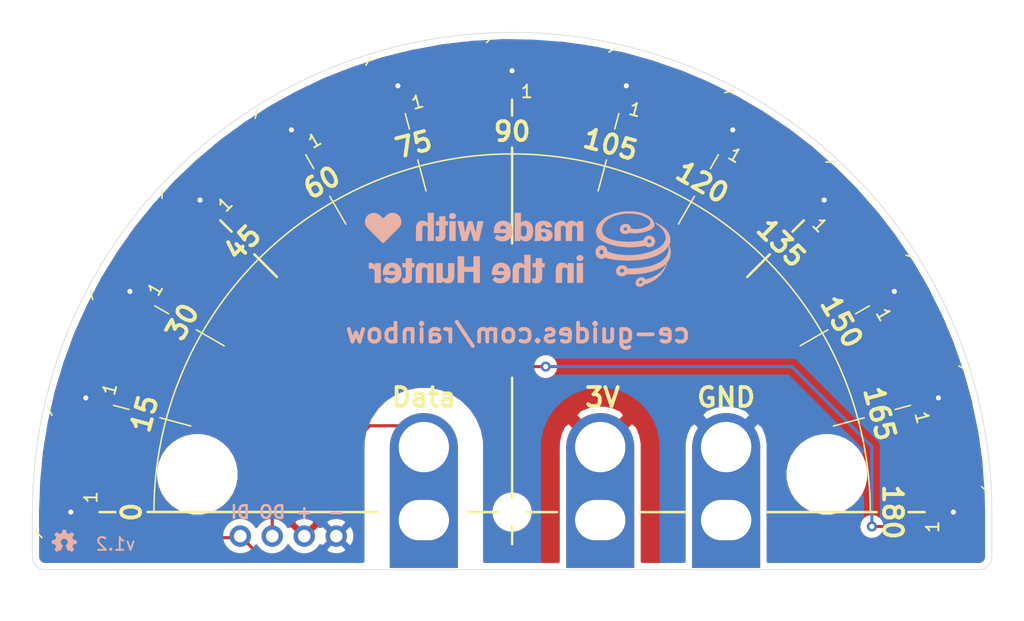
<source format=kicad_pcb>
(kicad_pcb (version 20171130) (host pcbnew "(5.1.8-44-gfd79c7ae46)-1")
  (title_block (title "GlowBit Rainbow") (date 2021-03-22) (rev v1.2) (company "Core Electronics") (comment 1 "Designed at Core Electronics by Michael Ruppe") (comment 2 "License: CCASAv4.0 https://creativecommons.org/licenses/by-sa/4.0/") (comment 3 "Released under the Creative Commons Attribution Share-Alike 4.0 License") (comment 4 "GlowBit is a trademark of Core Electronics Pty Ltd"))
  (layers (0 F.Cu signal) (31 B.Cu signal) (34 B.Paste user) (35 F.Paste user) (36 B.SilkS user) (37 F.SilkS user) (38 B.Mask user) (39 F.Mask user) (44 Edge.Cuts user))
  (net 0 "")
  (net 1 +3V3)
  (net 2 "Net-(D1-Pad2)")
  (net 3 GND)
  (net 4 "Net-(D2-Pad2)")
  (net 5 "Net-(D3-Pad2)")
  (net 6 "Net-(D4-Pad2)")
  (net 7 "Net-(D5-Pad2)")
  (net 8 "Net-(D6-Pad2)")
  (net 9 "Net-(D7-Pad2)")
  (net 10 "Net-(D8-Pad2)")
  (net 11 "Net-(D10-Pad4)")
  (net 12 "Net-(D10-Pad2)")
  (net 13 "Net-(D11-Pad2)")
  (net 14 "Net-(D0-Pad2)")
  (net 15 /DIN)
  (net 16 /DOUT)
  (module CoreElectronics_Components:LED_GlowBit_WS2812B_NoSilk (layer F.Cu) (at 35 0 90)
    (fp_text reference D12 hide)
    (fp_text value GlowBit-WS2812B-v5)
    (fp_text user 1 (at -1.1684 -1.6002 90) (layer F.SilkS))
    (pad 3 smd rect (at 2.45 1.6 90) (size 1.5 1) (layers F.Cu F.Paste F.Mask) (net 3 GND))
    (pad 4 smd rect (at 2.45 -1.6 90) (size 1.5 1) (layers F.Cu F.Paste F.Mask) (net 13 "Net-(D11-Pad2)"))
    (pad 2 smd rect (at -2.45 1.6 90) (size 1.5 1) (layers F.Cu F.Paste F.Mask) (net 16 /DOUT))
    (pad 1 smd rect (at -2.45 -1.6 90) (size 1.5 1) (layers F.Cu F.Paste F.Mask) (net 1 +3V3))
  )
  (module CoreElectronics_Components:LED_GlowBit_WS2812B_NoSilk (layer F.Cu) (at 33.807403 -9.058666 105)
    (fp_text reference D11 hide)
    (fp_text value GlowBit-WS2812B-v5)
    (fp_text user 1 (at -1.1684 -1.6002 105) (layer F.SilkS))
    (pad 3 smd rect (at 2.45 1.6 105) (size 1.5 1) (layers F.Cu F.Paste F.Mask) (net 3 GND))
    (pad 4 smd rect (at 2.45 -1.6 105) (size 1.5 1) (layers F.Cu F.Paste F.Mask) (net 12 "Net-(D10-Pad2)"))
    (pad 2 smd rect (at -2.45 1.6 105) (size 1.5 1) (layers F.Cu F.Paste F.Mask) (net 13 "Net-(D11-Pad2)"))
    (pad 1 smd rect (at -2.45 -1.6 105) (size 1.5 1) (layers F.Cu F.Paste F.Mask) (net 1 +3V3))
  )
  (module CoreElectronics_Components:LED_GlowBit_WS2812B_NoSilk (layer F.Cu) (at 30.310889 -17.499999 120)
    (fp_text reference D10 hide)
    (fp_text value GlowBit-WS2812B-v5)
    (fp_text user 1 (at -1.1684 -1.6002 120) (layer F.SilkS))
    (pad 3 smd rect (at 2.45 1.6 120) (size 1.5 1) (layers F.Cu F.Paste F.Mask) (net 3 GND))
    (pad 4 smd rect (at 2.45 -1.6 120) (size 1.5 1) (layers F.Cu F.Paste F.Mask) (net 11 "Net-(D10-Pad4)"))
    (pad 2 smd rect (at -2.45 1.6 120) (size 1.5 1) (layers F.Cu F.Paste F.Mask) (net 12 "Net-(D10-Pad2)"))
    (pad 1 smd rect (at -2.45 -1.6 120) (size 1.5 1) (layers F.Cu F.Paste F.Mask) (net 1 +3V3))
  )
  (module CoreElectronics_Components:LED_GlowBit_WS2812B_NoSilk (layer F.Cu) (at 24.748737 -24.748737 135)
    (fp_text reference D9 hide)
    (fp_text value GlowBit-WS2812B-v5)
    (fp_text user 1 (at -1.1684 -1.6002 135) (layer F.SilkS))
    (pad 3 smd rect (at 2.45 1.6 135) (size 1.5 1) (layers F.Cu F.Paste F.Mask) (net 3 GND))
    (pad 4 smd rect (at 2.45 -1.6 135) (size 1.5 1) (layers F.Cu F.Paste F.Mask) (net 10 "Net-(D8-Pad2)"))
    (pad 2 smd rect (at -2.45 1.6 135) (size 1.5 1) (layers F.Cu F.Paste F.Mask) (net 11 "Net-(D10-Pad4)"))
    (pad 1 smd rect (at -2.45 -1.6 135) (size 1.5 1) (layers F.Cu F.Paste F.Mask) (net 1 +3V3))
  )
  (module CoreElectronics_Components:LED_GlowBit_WS2812B_NoSilk (layer F.Cu) (at 17.5 -30.310889 150)
    (fp_text reference D8 hide)
    (fp_text value GlowBit-WS2812B-v5)
    (fp_text user 1 (at -1.1684 -1.6002 150) (layer F.SilkS))
    (pad 3 smd rect (at 2.45 1.6 150) (size 1.5 1) (layers F.Cu F.Paste F.Mask) (net 3 GND))
    (pad 4 smd rect (at 2.45 -1.6 150) (size 1.5 1) (layers F.Cu F.Paste F.Mask) (net 9 "Net-(D7-Pad2)"))
    (pad 2 smd rect (at -2.45 1.6 150) (size 1.5 1) (layers F.Cu F.Paste F.Mask) (net 10 "Net-(D8-Pad2)"))
    (pad 1 smd rect (at -2.45 -1.6 150) (size 1.5 1) (layers F.Cu F.Paste F.Mask) (net 1 +3V3))
  )
  (module CoreElectronics_Components:LED_GlowBit_WS2812B_NoSilk (layer F.Cu) (at 9.058666 -33.807403 165)
    (fp_text reference D7 hide)
    (fp_text value GlowBit-WS2812B-v5)
    (fp_text user 1 (at -1.1684 -1.6002 165) (layer F.SilkS))
    (pad 3 smd rect (at 2.45 1.6 165) (size 1.5 1) (layers F.Cu F.Paste F.Mask) (net 3 GND))
    (pad 4 smd rect (at 2.45 -1.6 165) (size 1.5 1) (layers F.Cu F.Paste F.Mask) (net 8 "Net-(D6-Pad2)"))
    (pad 2 smd rect (at -2.45 1.6 165) (size 1.5 1) (layers F.Cu F.Paste F.Mask) (net 9 "Net-(D7-Pad2)"))
    (pad 1 smd rect (at -2.45 -1.6 165) (size 1.5 1) (layers F.Cu F.Paste F.Mask) (net 1 +3V3))
  )
  (module CoreElectronics_Components:LED_GlowBit_WS2812B_NoSilk (layer F.Cu) (at 0 -35 180)
    (fp_text reference D6 hide)
    (fp_text value GlowBit-WS2812B-v5)
    (fp_text user 1 (at -1.1684 -1.6002) (layer F.SilkS))
    (pad 3 smd rect (at 2.45 1.6 180) (size 1.5 1) (layers F.Cu F.Paste F.Mask) (net 3 GND))
    (pad 4 smd rect (at 2.45 -1.6 180) (size 1.5 1) (layers F.Cu F.Paste F.Mask) (net 7 "Net-(D5-Pad2)"))
    (pad 2 smd rect (at -2.45 1.6 180) (size 1.5 1) (layers F.Cu F.Paste F.Mask) (net 8 "Net-(D6-Pad2)"))
    (pad 1 smd rect (at -2.45 -1.6 180) (size 1.5 1) (layers F.Cu F.Paste F.Mask) (net 1 +3V3))
  )
  (module CoreElectronics_Components:LED_GlowBit_WS2812B_NoSilk (layer F.Cu) (at -9.058666 -33.807403 195)
    (fp_text reference D5 hide)
    (fp_text value GlowBit-WS2812B-v5)
    (fp_text user 1 (at -1.1684 -1.6002 15) (layer F.SilkS))
    (pad 3 smd rect (at 2.45 1.6 195) (size 1.5 1) (layers F.Cu F.Paste F.Mask) (net 3 GND))
    (pad 4 smd rect (at 2.45 -1.6 195) (size 1.5 1) (layers F.Cu F.Paste F.Mask) (net 6 "Net-(D4-Pad2)"))
    (pad 2 smd rect (at -2.45 1.6 195) (size 1.5 1) (layers F.Cu F.Paste F.Mask) (net 7 "Net-(D5-Pad2)"))
    (pad 1 smd rect (at -2.45 -1.6 195) (size 1.5 1) (layers F.Cu F.Paste F.Mask) (net 1 +3V3))
  )
  (module CoreElectronics_Components:LED_GlowBit_WS2812B_NoSilk (layer F.Cu) (at -17.499999 -30.310889 210)
    (fp_text reference D4 hide)
    (fp_text value GlowBit-WS2812B-v5)
    (fp_text user 1 (at -1.1684 -1.6002 30) (layer F.SilkS))
    (pad 3 smd rect (at 2.45 1.6 210) (size 1.5 1) (layers F.Cu F.Paste F.Mask) (net 3 GND))
    (pad 4 smd rect (at 2.45 -1.6 210) (size 1.5 1) (layers F.Cu F.Paste F.Mask) (net 5 "Net-(D3-Pad2)"))
    (pad 2 smd rect (at -2.45 1.6 210) (size 1.5 1) (layers F.Cu F.Paste F.Mask) (net 6 "Net-(D4-Pad2)"))
    (pad 1 smd rect (at -2.45 -1.6 210) (size 1.5 1) (layers F.Cu F.Paste F.Mask) (net 1 +3V3))
  )
  (module CoreElectronics_Components:LED_GlowBit_WS2812B_NoSilk (layer F.Cu) (at -24.748737 -24.748737 225)
    (fp_text reference D3 hide)
    (fp_text value GlowBit-WS2812B-v5)
    (fp_text user 1 (at -1.1684 -1.6002 45) (layer F.SilkS))
    (pad 3 smd rect (at 2.45 1.6 225) (size 1.5 1) (layers F.Cu F.Paste F.Mask) (net 3 GND))
    (pad 4 smd rect (at 2.45 -1.6 225) (size 1.5 1) (layers F.Cu F.Paste F.Mask) (net 4 "Net-(D2-Pad2)"))
    (pad 2 smd rect (at -2.45 1.6 225) (size 1.5 1) (layers F.Cu F.Paste F.Mask) (net 5 "Net-(D3-Pad2)"))
    (pad 1 smd rect (at -2.45 -1.6 225) (size 1.5 1) (layers F.Cu F.Paste F.Mask) (net 1 +3V3))
  )
  (module CoreElectronics_Components:LED_GlowBit_WS2812B_NoSilk (layer F.Cu) (at -30.310889 -17.499999 240)
    (fp_text reference D2 hide)
    (fp_text value GlowBit-WS2812B-v5)
    (fp_text user 1 (at -1.1684 -1.6002 60) (layer F.SilkS))
    (pad 3 smd rect (at 2.45 1.6 240) (size 1.5 1) (layers F.Cu F.Paste F.Mask) (net 3 GND))
    (pad 4 smd rect (at 2.45 -1.6 240) (size 1.5 1) (layers F.Cu F.Paste F.Mask) (net 2 "Net-(D1-Pad2)"))
    (pad 2 smd rect (at -2.45 1.6 240) (size 1.5 1) (layers F.Cu F.Paste F.Mask) (net 4 "Net-(D2-Pad2)"))
    (pad 1 smd rect (at -2.45 -1.6 240) (size 1.5 1) (layers F.Cu F.Paste F.Mask) (net 1 +3V3))
  )
  (module CoreElectronics_Components:LED_GlowBit_WS2812B_NoSilk (layer F.Cu) (at -33.807403 -9.058666 255)
    (fp_text reference D1 hide)
    (fp_text value GlowBit-WS2812B-v5)
    (fp_text user 1 (at -1.1684 -1.6002 75) (layer F.SilkS))
    (pad 3 smd rect (at 2.45 1.6 255) (size 1.5 1) (layers F.Cu F.Paste F.Mask) (net 3 GND))
    (pad 4 smd rect (at 2.45 -1.6 255) (size 1.5 1) (layers F.Cu F.Paste F.Mask) (net 14 "Net-(D0-Pad2)"))
    (pad 2 smd rect (at -2.45 1.6 255) (size 1.5 1) (layers F.Cu F.Paste F.Mask) (net 2 "Net-(D1-Pad2)"))
    (pad 1 smd rect (at -2.45 -1.6 255) (size 1.5 1) (layers F.Cu F.Paste F.Mask) (net 1 +3V3))
  )
  (module CoreElectronics_Components:LED_GlowBit_WS2812B_NoSilk (layer F.Cu) (at -35.052 0 270)
    (fp_text reference D0 hide)
    (fp_text value GlowBit-WS2812B-v5)
    (fp_text user 1 (at -1.1684 -1.6002 90) (layer F.SilkS))
    (pad 3 smd rect (at 2.45 1.6 270) (size 1.5 1) (layers F.Cu F.Paste F.Mask) (net 3 GND))
    (pad 4 smd rect (at 2.45 -1.6 270) (size 1.5 1) (layers F.Cu F.Paste F.Mask) (net 15 /DIN))
    (pad 2 smd rect (at -2.45 1.6 270) (size 1.5 1) (layers F.Cu F.Paste F.Mask) (net 14 "Net-(D0-Pad2)"))
    (pad 1 smd rect (at -2.45 -1.6 270) (size 1.5 1) (layers F.Cu F.Paste F.Mask) (net 1 +3V3))
  )
  (module Piico:Conn_alligator-banana (layer F.Cu) (at 17 -5.1658)
    (fp_text reference J3)
    (fp_text value G)
    (pad 1 thru_hole circle (at 0 0) (size 5.4 5.4) (drill 4) (layers *.Cu *.Mask) (net 3 GND) (clearance 2))
    (pad 1 connect rect (at 0 0) (size 5.4 9.6) (drill (offset 0 4.8)) (layers B.Cu B.Mask) (net 3 GND) (clearance 2))
    (pad 1 thru_hole oval (at 0 5.8) (size 4.5 4) (drill oval 4 3.2) (layers *.Cu *.Mask) (net 3 GND) (clearance 2))
    (pad 1 connect rect (at 0 0) (size 5.4 9.6) (drill (offset 0 4.8)) (layers F.Cu F.Mask) (net 3 GND) (clearance 2))
  )
  (module Piico:Conn_alligator-banana (layer F.Cu) (at -7.0104 -5.1658)
    (fp_text reference J2)
    (fp_text value data)
    (pad 1 thru_hole circle (at 0 0) (size 5.4 5.4) (drill 4) (layers *.Cu *.Mask) (net 15 /DIN) (clearance 2))
    (pad 1 connect rect (at 0 0) (size 5.4 9.6) (drill (offset 0 4.8)) (layers B.Cu B.Mask) (net 15 /DIN) (clearance 2))
    (pad 1 thru_hole oval (at 0 5.8) (size 4.5 4) (drill oval 4 3.2) (layers *.Cu *.Mask) (net 15 /DIN) (clearance 2))
    (pad 1 connect rect (at 0 0) (size 5.4 9.6) (drill (offset 0 4.8)) (layers F.Cu F.Mask) (net 15 /DIN) (clearance 2))
  )
  (module Piico:Conn_alligator-banana (layer F.Cu) (at 7 -5.1658)
    (fp_text reference J1)
    (fp_text value 3V)
    (pad 1 thru_hole circle (at 0 0) (size 5.4 5.4) (drill 4) (layers *.Cu *.Mask) (net 1 +3V3) (clearance 2))
    (pad 1 connect rect (at 0 0) (size 5.4 9.6) (drill (offset 0 4.8)) (layers B.Cu B.Mask) (net 1 +3V3) (clearance 2))
    (pad 1 thru_hole oval (at 0 5.8) (size 4.5 4) (drill oval 4 3.2) (layers *.Cu *.Mask) (net 1 +3V3) (clearance 2))
    (pad 1 connect rect (at 0 0) (size 5.4 9.6) (drill (offset 0 4.8)) (layers F.Cu F.Mask) (net 1 +3V3) (clearance 2))
  )
  (module Connector_PinSocket_2.54mm:PinSocket_1x04_P2.54mm_Vertical (layer B.Cu) (at -21.59 1.905 270)
    (fp_text reference J4 hide)
    (fp_text value Conn_01x04_Male)
    (pad 1 thru_hole circle (at 0 0 270) (size 1.7 1.7) (drill 1) (layers *.Cu *.Mask) (net 15 /DIN))
    (pad 2 thru_hole oval (at 0 -2.54 270) (size 1.7 1.7) (drill 1) (layers *.Cu *.Mask) (net 16 /DOUT))
    (pad 3 thru_hole oval (at 0 -5.08 225) (size 1.7 1.7) (drill 1) (layers *.Cu *.Mask) (net 1 +3V3))
    (pad 4 thru_hole oval (at 0 -7.62 225) (size 1.7 1.7) (drill 1) (layers *.Cu *.Mask) (net 3 GND))
  )
  (module CoreElectronics_Logos:CoreElectronics_made-with-love_26mm (layer B.Cu) (at 0 -21 180)
    (fp_text reference G1 hide)
    (fp_text value LOGO_CoreElectronics_made-with-love hide)
  )
  (module CoreElectronics_Logos:oshw (layer B.Cu) (at -35.56 2.286 180)
    (fp_text reference LOGO1 hide)
    (fp_text value Logo_Open_Hardware_Small hide)
  )
  (module MountingHole:MountingHole_2.1mm (layer F.Cu) (at 0 0)
    (fp_text reference H3 hide)
    (fp_text value CentreHole)
    (pad "" np_thru_hole circle (at 0 0) (size 2.1 2.1) (drill 2.1) (layers *.Cu *.Mask))
  )
  (module MountingHole:MountingHole_3.2mm_M3 (layer F.Cu) (at 25 -3)
    (fp_text reference H2 hide)
    (fp_text value MountingHole hide)
    (pad "" np_thru_hole circle (at 0 0) (size 3.2 3.2) (drill 3.2) (layers *.Cu *.Mask) (clearance 1.6))
  )
  (module MountingHole:MountingHole_3.2mm_M3 (layer F.Cu) (at -25 -3)
    (fp_text reference H1 hide)
    (fp_text value MountingHole hide)
    (pad "" np_thru_hole circle (at 0 0) (size 3.2 3.2) (drill 3.2) (layers *.Cu *.Mask) (clearance 1.6))
  )
  (module Fiducial:Fiducial_1mm_Mask2mm (layer F.Cu) (at 23.8006 -18.262842)
    (fp_text reference FID2 hide)
    (fp_text value Fiducial hide)
    (pad "" smd circle (at 0 0) (size 1 1) (layers F.Cu F.Mask) (clearance 0.5))
  )
  (module Fiducial:Fiducial_1mm_Mask2mm (layer F.Cu) (at -23.8006 -18.262842)
    (fp_text reference FID1 hide)
    (fp_text value Fiducial hide)
    (pad "" smd circle (at 0 0) (size 1 1) (layers F.Cu F.Mask) (clearance 0.5))
  )
  (gr_text DI (at -21.59 0) (layer B.SilkS) (effects (font (size 1 1) (thickness 0.2)) (justify mirror)))
  (gr_arc (start 37.084 3.556) (end 37.084 4.572) (angle -90) (layer Edge.Cuts) (width 0.05))
  (gr_arc (start -37.084 3.556) (end -38.1 3.556) (angle -90) (layer Edge.Cuts) (width 0.05))
  (gr_line (start -1.016 0) (end -3.556 0) (layer F.SilkS) (width 0.2))
  (gr_line (start 0 1.016) (end 0 2.54) (layer F.SilkS) (width 0.2))
  (gr_text 15 (at -29.196074 -7.823064 75) (layer F.SilkS) (effects (font (size 1.5 1.5) (thickness 0.3))))
  (gr_text 30 (at -26.176484 -15.113 60) (layer F.SilkS) (effects (font (size 1.5 1.5) (thickness 0.3))))
  (gr_text 45 (at -21.37301 -21.37301 45) (layer F.SilkS) (effects (font (size 1.5 1.5) (thickness 0.3))))
  (gr_text 60 (at -15.113 -26.176484 30) (layer F.SilkS) (effects (font (size 1.5 1.5) (thickness 0.3))))
  (gr_text 75 (at -7.823064 -29.196074 15) (layer F.SilkS) (effects (font (size 1.5 1.5) (thickness 0.3))))
  (gr_text 90 (at 0 -30.226) (layer F.SilkS) (effects (font (size 1.5 1.5) (thickness 0.3))))
  (gr_text 105 (at 7.823064 -29.196074 345) (layer F.SilkS) (effects (font (size 1.5 1.5) (thickness 0.3))))
  (gr_text 120 (at 15.113 -26.176484 330) (layer F.SilkS) (effects (font (size 1.5 1.5) (thickness 0.3))))
  (gr_text 135 (at 21.37301 -21.37301 315) (layer F.SilkS) (effects (font (size 1.5 1.5) (thickness 0.3))))
  (gr_text 150 (at 26.176484 -15.113 300) (layer F.SilkS) (effects (font (size 1.5 1.5) (thickness 0.3))))
  (gr_text 165 (at 29.196074 -7.823064 285) (layer F.SilkS) (effects (font (size 1.5 1.5) (thickness 0.3))))
  (gr_text 180 (at 30.226 0 270) (layer F.SilkS) (effects (font (size 1.5 1.5) (thickness 0.3))))
  (gr_line (start -32.774 0) (end -31.504 0) (layer F.SilkS) (width 0.2))
  (gr_line (start -31.657389 -8.4815) (end -30.430663 -8.1528) (layer F.SilkS) (width 0.12))
  (gr_line (start -28.383652 -16.385) (end -27.2838 -15.75) (layer F.SilkS) (width 0.12))
  (gr_line (start -23.175889 -23.171889) (end -22.277863 -22.273863) (layer F.SilkS) (width 0.2))
  (gr_line (start -16.389 -28.379652) (end -15.754 -27.2798) (layer F.SilkS) (width 0.12))
  (gr_line (start -8.4855 -31.653389) (end -8.1568 -30.426663) (layer F.SilkS) (width 0.12))
  (gr_line (start -0.004 -32.77) (end -0.004 -31.5) (layer F.SilkS) (width 0.2))
  (gr_line (start 8.4775 -31.653389) (end 8.1488 -30.426663) (layer F.SilkS) (width 0.12))
  (gr_line (start 16.381 -28.379652) (end 15.746 -27.2798) (layer F.SilkS) (width 0.12))
  (gr_line (start 23.167889 -23.171889) (end 22.269863 -22.273863) (layer F.SilkS) (width 0.2))
  (gr_line (start 28.375652 -16.385) (end 27.2758 -15.75) (layer F.SilkS) (width 0.12))
  (gr_line (start 31.649389 -8.4815) (end 30.422663 -8.1528) (layer F.SilkS) (width 0.12))
  (gr_line (start 32.766 0) (end 31.496 0) (layer F.SilkS) (width 0.2))
  (gr_line (start -25.515897 -6.836964) (end -27.969349 -7.494364) (layer F.SilkS) (width 0.12))
  (gr_line (start -18.678933 -18.678933) (end -20.474984 -20.474984) (layer F.SilkS) (width 0.2))
  (gr_line (start 0 -21.336) (end 0 -28.956) (layer F.SilkS) (width 0.2))
  (gr_line (start -13.208 -22.876927) (end -14.478 -25.076632) (layer F.SilkS) (width 0.12))
  (gr_line (start 22.876927 -13.208) (end 25.076632 -14.478) (layer F.SilkS) (width 0.12))
  (gr_line (start -26.416 0) (end -28.956 0) (layer F.SilkS) (width 0.12))
  (gr_line (start -22.876927 -13.208) (end -25.076632 -14.478) (layer F.SilkS) (width 0.12))
  (gr_line (start 6.836964 -25.515897) (end 7.494364 -27.969349) (layer F.SilkS) (width 0.12))
  (gr_line (start 25.515897 -6.836964) (end 27.969349 -7.494364) (layer F.SilkS) (width 0.12))
  (gr_line (start -6.836964 -25.515897) (end -7.494364 -27.969349) (layer F.SilkS) (width 0.12))
  (gr_line (start 18.678933 -18.678933) (end 20.474984 -20.474984) (layer F.SilkS) (width 0.2))
  (gr_line (start 13.208 -22.876927) (end 14.478 -25.076632) (layer F.SilkS) (width 0.12))
  (gr_line (start 0 -10.668) (end 0 -2.54) (layer F.SilkS) (width 0.2))
  (gr_line (start -10.668 0) (end -28.956 -0.01) (layer F.SilkS) (width 0.2))
  (gr_line (start 13.716 0) (end 10.16 0) (layer F.SilkS) (width 0.2))
  (gr_line (start 28.956 0) (end 20.32 0) (layer F.SilkS) (width 0.2))
  (gr_arc (start 0 0) (end 28.448 0) (angle -180) (layer F.SilkS) (width 0.12))
  (gr_line (start 1.016 0) (end 3.556 0) (layer F.SilkS) (width 0.2))
  (gr_line (start 0 -1.016) (end 0 -2.54) (layer F.SilkS) (width 0.2))
  (gr_arc (start 0 0) (end 38.1 0) (angle -180) (layer Edge.Cuts) (width 0.05))
  (gr_line (start -38.1 3.556) (end -38.1 0) (layer Edge.Cuts) (width 0.05))
  (gr_line (start 37.084 4.572) (end -37.084 4.572) (layer Edge.Cuts) (width 0.05))
  (gr_line (start 38.1 0) (end 38.1 3.556) (layer Edge.Cuts) (width 0.05))
  (gr_text ce-guides.com/rainbow (at 0.45447 -14.224) (layer B.SilkS) (effects (font (size 1.5 1.5) (thickness 0.3)) (justify mirror)))
  (gr_text v1.2 (at -31.496 2.54) (layer B.SilkS) (effects (font (size 1 1)) (justify mirror)))
  (gr_text 0 (at -30.226 0 90) (layer F.SilkS) (effects (font (size 1.5 1.5) (thickness 0.3))))
  (gr_text - (at -13.97 0) (layer B.SilkS) (effects (font (size 1 1) (thickness 0.2)) (justify mirror)))
  (gr_text + (at -16.51 0) (layer B.SilkS) (effects (font (size 1 1) (thickness 0.2)) (justify mirror)))
  (gr_text DO (at -19.05 0) (layer B.SilkS) (effects (font (size 1 1) (thickness 0.2)) (justify mirror)))
  (gr_text Data (at -7 -9.112) (layer F.SilkS) (effects (font (size 1.5 1.5) (thickness 0.3))))
  (gr_text 3V (at 7.1805 -9.112) (layer F.SilkS) (effects (font (size 1.5 1.5) (thickness 0.3))))
  (gr_text GND (at 17 -9.112) (layer F.SilkS) (effects (font (size 1.5 1.5) (thickness 0.3))))
  (segment (start 7 -2) (end 7 1.25) (width 0.5) (layer F.Cu) (net 1))
  (segment (start -30.150248 -14.578237) (end -34.718778 -11.839295) (width 0.25) (layer F.Cu) (net 2))
  (via (at -33.857632 -9.072125) (size 0.8) (drill 0.4) (layers F.Cu B.Cu) (net 3))
  (via (at -30.355922 -17.526) (size 0.8) (drill 0.4) (layers F.Cu B.Cu) (net 3))
  (via (at -24.785507 -24.785507) (size 0.8) (drill 0.4) (layers F.Cu B.Cu) (net 3))
  (via (at -17.526 -30.355922) (size 0.8) (drill 0.4) (layers F.Cu B.Cu) (net 3))
  (via (at -9.072125 -33.857632) (size 0.8) (drill 0.4) (layers F.Cu B.Cu) (net 3))
  (via (at 0 -35.052) (size 0.8) (drill 0.4) (layers F.Cu B.Cu) (net 3))
  (via (at 9.072125 -33.857632) (size 0.8) (drill 0.4) (layers F.Cu B.Cu) (net 3))
  (via (at 17.526 -30.355922) (size 0.8) (drill 0.4) (layers F.Cu B.Cu) (net 3))
  (via (at 24.785507 -24.785507) (size 0.8) (drill 0.4) (layers F.Cu B.Cu) (net 3))
  (via (at 30.355922 -17.526) (size 0.8) (drill 0.4) (layers F.Cu B.Cu) (net 3))
  (via (at 33.857632 -9.072125) (size 0.8) (drill 0.4) (layers F.Cu B.Cu) (net 3))
  (via (at 35.052 0) (size 0.8) (drill 0.4) (layers F.Cu B.Cu) (net 3))
  (via (at -35.052 0) (size 0.8) (drill 0.4) (layers F.Cu B.Cu) (net 3))
  (segment (start -36.652 2.45) (end -35.052 0) (width 0.5) (layer F.Cu) (net 3))
  (segment (start -35.823499 -7.106258) (end -33.857632 -9.072125) (width 0.5) (layer F.Cu) (net 3))
  (segment (start -35.986991 -7.106258) (end -35.823499 -7.106258) (width 0.5) (layer F.Cu) (net 3))
  (segment (start -32.92153 -16.178237) (end -30.355922 -17.526) (width 0.5) (layer F.Cu) (net 3))
  (segment (start -27.612519 -24.147696) (end -24.785507 -24.785507) (width 0.5) (layer F.Cu) (net 3))
  (segment (start -20.421761 -30.47153) (end -17.526 -30.355922) (width 0.5) (layer F.Cu) (net 3))
  (segment (start -11.839295 -34.718778) (end -9.072125 -33.857632) (width 0.5) (layer F.Cu) (net 3))
  (segment (start -2.45 -36.6) (end 0 -35.052) (width 0.5) (layer F.Cu) (net 3))
  (segment (start 7.106258 -35.823499) (end 9.072125 -33.857632) (width 0.5) (layer F.Cu) (net 3))
  (segment (start 7.106258 -35.986991) (end 7.106258 -35.823499) (width 0.5) (layer F.Cu) (net 3))
  (segment (start 16.178238 -32.92153) (end 17.526 -30.355922) (width 0.5) (layer F.Cu) (net 3))
  (segment (start 24.147696 -27.612519) (end 24.785507 -24.785507) (width 0.5) (layer F.Cu) (net 3))
  (segment (start 30.47153 -20.421761) (end 30.355922 -17.526) (width 0.5) (layer F.Cu) (net 3))
  (segment (start 34.718778 -11.839295) (end 33.857632 -9.072125) (width 0.5) (layer F.Cu) (net 3))
  (segment (start 36.6 -2.45) (end 35.052 0) (width 0.5) (layer F.Cu) (net 3))
  (segment (start 17 1.25) (end 17 -2) (width 0.5) (layer B.Cu) (net 3))
  (segment (start -30.47153 -20.421761) (end -25.349778 -21.884955) (width 0.25) (layer F.Cu) (net 4))
  (segment (start -18.90949 -27.612519) (end -18.821761 -27.700248) (width 0.25) (layer F.Cu) (net 5))
  (segment (start -24.147696 -27.612519) (end -18.90949 -27.612519) (width 0.25) (layer F.Cu) (net 5))
  (segment (start -16.178237 -32.92153) (end -11.011074 -31.627815) (width 0.25) (layer F.Cu) (net 6))
  (segment (start -7.106258 -35.986991) (end -2.45 -33.4) (width 0.25) (layer F.Cu) (net 7))
  (segment (start 2.574065 -36.6) (end 6.278037 -32.896028) (width 0.25) (layer F.Cu) (net 8))
  (segment (start 2.45 -36.6) (end 2.574065 -36.6) (width 0.25) (layer F.Cu) (net 8))
  (segment (start 11.839295 -34.718778) (end 14.578238 -30.150248) (width 0.25) (layer F.Cu) (net 9))
  (segment (start 20.421762 -30.47153) (end 21.884955 -25.349778) (width 0.25) (layer F.Cu) (net 10))
  (segment (start 27.612519 -18.90949) (end 27.700248 -18.821761) (width 0.25) (layer F.Cu) (net 11))
  (segment (start 27.612519 -24.147696) (end 27.612519 -18.90949) (width 0.25) (layer F.Cu) (net 11))
  (segment (start 32.92153 -16.178237) (end 31.627815 -11.011074) (width 0.25) (layer F.Cu) (net 12))
  (segment (start 35.986991 -7.106258) (end 33.4 -2.45) (width 0.25) (layer F.Cu) (net 13))
  (segment (start -36.652 -2.522065) (end -32.896028 -6.278037) (width 0.25) (layer F.Cu) (net 14))
  (segment (start -36.652 -2.45) (end -36.652 -2.522065) (width 0.25) (layer F.Cu) (net 14))
  (segment (start -20.066 3.429) (end -21.59 1.905) (width 0.25) (layer F.Cu) (net 15))
  (segment (start -12.827 3.429) (end -20.066 3.429) (width 0.25) (layer F.Cu) (net 15))
  (segment (start -12.192 2.794) (end -12.827 3.429) (width 0.25) (layer F.Cu) (net 15))
  (segment (start -12.192 -5.969) (end -12.192 2.794) (width 0.25) (layer F.Cu) (net 15))
  (segment (start -11.303 -6.858) (end -12.192 -5.969) (width 0.25) (layer F.Cu) (net 15))
  (segment (start -7.874 -6.858) (end -11.303 -6.858) (width 0.25) (layer F.Cu) (net 15))
  (segment (start -7 -5.984) (end -7.874 -6.858) (width 0.25) (layer F.Cu) (net 15))
  (segment (start -7 -2) (end -7 -5.984) (width 0.25) (layer F.Cu) (net 15))
  (segment (start -21.717 2.032) (end -21.59 1.905) (width 0.25) (layer F.Cu) (net 15))
  (segment (start -33.034 2.032) (end -21.717 2.032) (width 0.25) (layer F.Cu) (net 15))
  (segment (start -33.452 2.45) (end -33.034 2.032) (width 0.25) (layer F.Cu) (net 15))
  (segment (start -19.09 2.5) (end -19.05 2.54) (width 0.25) (layer F.Cu) (net 16))
  (segment (start -19.05 2.54) (end -19.05 1.27) (width 0.25) (layer F.Cu) (net 16))
  (via (at 28.575 1.143) (size 0.8) (drill 0.4) (layers F.Cu B.Cu) (net 16))
  (segment (start 35.293 1.143) (end 36.6 2.45) (width 0.25) (layer F.Cu) (net 16))
  (segment (start 28.575 1.143) (end 35.293 1.143) (width 0.25) (layer F.Cu) (net 16))
  (segment (start -16.764 -11.557) (end 2.667 -11.557) (width 0.25) (layer F.Cu) (net 16))
  (segment (start -19.05 -9.271) (end -16.764 -11.557) (width 0.25) (layer F.Cu) (net 16))
  (segment (start -19.05 1.905) (end -19.05 -9.271) (width 0.25) (layer F.Cu) (net 16))
  (segment (start 22.225 -11.557) (end 2.667 -11.557) (width 0.25) (layer B.Cu) (net 16))
  (segment (start 28.575 -5.207) (end 22.225 -11.557) (width 0.25) (layer B.Cu) (net 16))
  (segment (start 28.575 1.143) (end 28.575 -5.207) (width 0.25) (layer B.Cu) (net 16))
  (via (at 2.667 -11.557) (size 0.8) (drill 0.4) (layers F.Cu B.Cu) (net 16))
  (zone (net 3) (net_name GND) (layer B.Cu) (connect_pads (clearance 0.508)) (min_thickness 0.254) (fill yes (arc_segments 32) (thermal_gap 0.508) (thermal_bridge_width 0.508))
    (polygon (pts (xy 4.826 -37.846) (xy 10.668 -36.576) (xy 14.224 -35.306) (xy 18.542 -33.274) (xy 22.098 -30.988) (xy 25.4 -28.448) (xy 28.448 -25.4) (xy 31.75 -21.082) (xy 33.782 -17.526) (xy 35.56 -13.462) (xy 37.338 -7.62) (xy 38.1 -2.54) (xy 38.1 3.048) (xy 37.592 3.81) (xy 37.084 4.318) (xy 36.576 4.572) (xy -37.338 4.572) (xy -37.846 4.318) (xy -38.1 3.81) (xy -38.1 -1.27) (xy -37.846 -4.826) (xy -37.084 -8.89) (xy -36.322 -11.176) (xy -35.306 -14.478) (xy -34.036 -17.272) (xy -32.004 -20.574) (xy -29.464 -24.13) (xy -26.416 -27.432) (xy -23.622 -29.972) (xy -20.32 -32.258) (xy -17.272 -34.036) (xy -12.192 -36.068) (xy -7.366 -37.338) (xy -4.064 -37.846) (xy -0.508 -38.1) (xy 2.032 -38.1)))
  )
  (zone (net 1) (net_name +3V3) (layer F.Cu) (connect_pads (clearance 0.508)) (min_thickness 0.254) (fill yes (arc_segments 32) (thermal_gap 0.508) (thermal_bridge_width 0.508))
    (polygon (pts (xy 4.826 -37.846) (xy 10.668 -36.576) (xy 14.224 -35.306) (xy 18.542 -33.274) (xy 22.098 -30.988) (xy 25.4 -28.448) (xy 28.448 -25.4) (xy 31.75 -21.082) (xy 33.782 -17.526) (xy 35.56 -13.462) (xy 37.338 -7.62) (xy 38.1 -2.54) (xy 38.1 3.048) (xy 37.592 3.81) (xy 37.084 4.318) (xy 36.576 4.572) (xy -37.338 4.572) (xy -37.846 4.318) (xy -38.1 3.81) (xy -38.1 -1.27) (xy -37.846 -4.826) (xy -37.084 -8.89) (xy -36.322 -11.176) (xy -35.306 -14.478) (xy -34.036 -17.272) (xy -32.004 -20.574) (xy -29.464 -24.13) (xy -26.416 -27.432) (xy -23.622 -29.972) (xy -20.32 -32.258) (xy -17.272 -34.036) (xy -12.192 -36.068) (xy -7.366 -37.338) (xy -4.064 -37.846) (xy -0.508 -38.1) (xy 2.032 -38.1)))
  )
)
</source>
